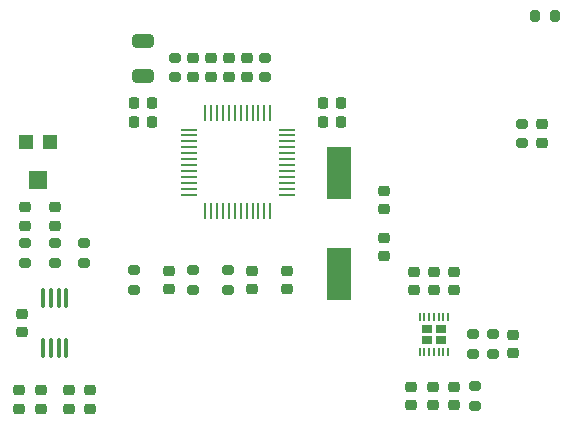
<source format=gtp>
%TF.GenerationSoftware,KiCad,Pcbnew,(6.0.1)*%
%TF.CreationDate,2023-06-09T19:02:11+03:00*%
%TF.ProjectId,Radioless Allstar Node,52616469-6f6c-4657-9373-20416c6c7374,rev?*%
%TF.SameCoordinates,PX5f5e100PY5f5e100*%
%TF.FileFunction,Paste,Top*%
%TF.FilePolarity,Positive*%
%FSLAX46Y46*%
G04 Gerber Fmt 4.6, Leading zero omitted, Abs format (unit mm)*
G04 Created by KiCad (PCBNEW (6.0.1)) date 2023-06-09 19:02:11*
%MOMM*%
%LPD*%
G01*
G04 APERTURE LIST*
G04 Aperture macros list*
%AMRoundRect*
0 Rectangle with rounded corners*
0 $1 Rounding radius*
0 $2 $3 $4 $5 $6 $7 $8 $9 X,Y pos of 4 corners*
0 Add a 4 corners polygon primitive as box body*
4,1,4,$2,$3,$4,$5,$6,$7,$8,$9,$2,$3,0*
0 Add four circle primitives for the rounded corners*
1,1,$1+$1,$2,$3*
1,1,$1+$1,$4,$5*
1,1,$1+$1,$6,$7*
1,1,$1+$1,$8,$9*
0 Add four rect primitives between the rounded corners*
20,1,$1+$1,$2,$3,$4,$5,0*
20,1,$1+$1,$4,$5,$6,$7,0*
20,1,$1+$1,$6,$7,$8,$9,0*
20,1,$1+$1,$8,$9,$2,$3,0*%
G04 Aperture macros list end*
%ADD10RoundRect,0.225000X0.250000X-0.225000X0.250000X0.225000X-0.250000X0.225000X-0.250000X-0.225000X0*%
%ADD11RoundRect,0.200000X0.275000X-0.200000X0.275000X0.200000X-0.275000X0.200000X-0.275000X-0.200000X0*%
%ADD12RoundRect,0.250000X0.650000X-0.325000X0.650000X0.325000X-0.650000X0.325000X-0.650000X-0.325000X0*%
%ADD13R,1.200000X1.200000*%
%ADD14R,1.600000X1.500000*%
%ADD15RoundRect,0.200000X-0.275000X0.200000X-0.275000X-0.200000X0.275000X-0.200000X0.275000X0.200000X0*%
%ADD16R,0.970000X0.700000*%
%ADD17R,0.250000X0.700000*%
%ADD18RoundRect,0.225000X-0.250000X0.225000X-0.250000X-0.225000X0.250000X-0.225000X0.250000X0.225000X0*%
%ADD19R,0.280000X1.470000*%
%ADD20R,1.470000X0.280000*%
%ADD21RoundRect,0.218750X0.256250X-0.218750X0.256250X0.218750X-0.256250X0.218750X-0.256250X-0.218750X0*%
%ADD22RoundRect,0.218750X-0.256250X0.218750X-0.256250X-0.218750X0.256250X-0.218750X0.256250X0.218750X0*%
%ADD23RoundRect,0.225000X0.225000X0.250000X-0.225000X0.250000X-0.225000X-0.250000X0.225000X-0.250000X0*%
%ADD24R,2.000000X4.500000*%
%ADD25RoundRect,0.200000X-0.200000X-0.275000X0.200000X-0.275000X0.200000X0.275000X-0.200000X0.275000X0*%
%ADD26RoundRect,0.225000X-0.225000X-0.250000X0.225000X-0.250000X0.225000X0.250000X-0.225000X0.250000X0*%
%ADD27RoundRect,0.100000X-0.100000X0.712500X-0.100000X-0.712500X0.100000X-0.712500X0.100000X0.712500X0*%
G04 APERTURE END LIST*
D10*
%TO.C,C7*%
X6000000Y8725000D03*
X6000000Y10275000D03*
%TD*%
D11*
%TO.C,R9*%
X19200000Y36775000D03*
X19200000Y38425000D03*
%TD*%
D12*
%TO.C,C22*%
X16500000Y36925000D03*
X16500000Y39875000D03*
%TD*%
D10*
%TO.C,C10*%
X42800000Y18725000D03*
X42800000Y20275000D03*
%TD*%
%TO.C,C14*%
X23800000Y36825000D03*
X23800000Y38375000D03*
%TD*%
D13*
%TO.C,RV1*%
X8600000Y31300000D03*
D14*
X7600000Y28050000D03*
D13*
X6600000Y31300000D03*
%TD*%
D15*
%TO.C,R7*%
X44400000Y15025000D03*
X44400000Y13375000D03*
%TD*%
D10*
%TO.C,C18*%
X18700000Y18825000D03*
X18700000Y20375000D03*
%TD*%
D16*
%TO.C,U2*%
X41687500Y15445000D03*
X41687500Y14550000D03*
X40512500Y14550000D03*
X40512500Y15445000D03*
D17*
X42300000Y16475000D03*
X41900000Y16475000D03*
X41500000Y16475000D03*
X41100000Y16475000D03*
X40700000Y16475000D03*
X40300000Y16475000D03*
X39900000Y16475000D03*
X39900000Y13525000D03*
X40300000Y13525000D03*
X40700000Y13525000D03*
X41100000Y13525000D03*
X41500000Y13525000D03*
X41900000Y13525000D03*
X42300000Y13525000D03*
%TD*%
D10*
%TO.C,C25*%
X36900000Y21625000D03*
X36900000Y23175000D03*
%TD*%
%TO.C,C1*%
X6200000Y15225000D03*
X6200000Y16775000D03*
%TD*%
%TO.C,C8*%
X41000000Y9025000D03*
X41000000Y10575000D03*
%TD*%
D15*
%TO.C,R14*%
X48600000Y32825000D03*
X48600000Y31175000D03*
%TD*%
D18*
%TO.C,C4*%
X9000000Y25775000D03*
X9000000Y24225000D03*
%TD*%
D11*
%TO.C,R11*%
X20700000Y18775000D03*
X20700000Y20425000D03*
%TD*%
D15*
%TO.C,R4*%
X11500000Y22725000D03*
X11500000Y21075000D03*
%TD*%
%TO.C,R2*%
X6500000Y22725000D03*
X6500000Y21075000D03*
%TD*%
D19*
%TO.C,U3*%
X21750000Y25430000D03*
X22250000Y25430000D03*
X22750000Y25430000D03*
X23250000Y25430000D03*
X23750000Y25430000D03*
X24250000Y25430000D03*
X24750000Y25430000D03*
X25250000Y25430000D03*
X25750000Y25430000D03*
X26250000Y25430000D03*
X26750000Y25430000D03*
X27250000Y25430000D03*
D20*
X28670000Y26850000D03*
X28670000Y27350000D03*
X28670000Y27850000D03*
X28670000Y28350000D03*
X28670000Y28850000D03*
X28670000Y29350000D03*
X28670000Y29850000D03*
X28670000Y30350000D03*
X28670000Y30850000D03*
X28670000Y31350000D03*
X28670000Y31850000D03*
X28670000Y32350000D03*
D19*
X27250000Y33770000D03*
X26750000Y33770000D03*
X26250000Y33770000D03*
X25750000Y33770000D03*
X25250000Y33770000D03*
X24750000Y33770000D03*
X24250000Y33770000D03*
X23750000Y33770000D03*
X23250000Y33770000D03*
X22750000Y33770000D03*
X22250000Y33770000D03*
X21750000Y33770000D03*
D20*
X20330000Y32350000D03*
X20330000Y31850000D03*
X20330000Y31350000D03*
X20330000Y30850000D03*
X20330000Y30350000D03*
X20330000Y29850000D03*
X20330000Y29350000D03*
X20330000Y28850000D03*
X20330000Y28350000D03*
X20330000Y27850000D03*
X20330000Y27350000D03*
X20330000Y26850000D03*
%TD*%
D10*
%TO.C,C6*%
X12000000Y8725000D03*
X12000000Y10275000D03*
%TD*%
D11*
%TO.C,R3*%
X46100000Y13375000D03*
X46100000Y15025000D03*
%TD*%
%TO.C,R6*%
X44600000Y8975000D03*
X44600000Y10625000D03*
%TD*%
D18*
%TO.C,C26*%
X36900000Y27175000D03*
X36900000Y25625000D03*
%TD*%
D10*
%TO.C,C15*%
X22200000Y36825000D03*
X22200000Y38375000D03*
%TD*%
D21*
%TO.C,FB3*%
X28700000Y18812500D03*
X28700000Y20387500D03*
%TD*%
D10*
%TO.C,C13*%
X25300000Y36825000D03*
X25300000Y38375000D03*
%TD*%
%TO.C,C16*%
X20700000Y36825000D03*
X20700000Y38375000D03*
%TD*%
%TO.C,C9*%
X42800000Y9025000D03*
X42800000Y10575000D03*
%TD*%
D22*
%TO.C,FB1*%
X7800000Y10287500D03*
X7800000Y8712500D03*
%TD*%
D10*
%TO.C,C11*%
X47800000Y13425000D03*
X47800000Y14975000D03*
%TD*%
D11*
%TO.C,R12*%
X23700000Y18775000D03*
X23700000Y20425000D03*
%TD*%
D23*
%TO.C,C17*%
X17275000Y34600000D03*
X15725000Y34600000D03*
%TD*%
D10*
%TO.C,C2*%
X41100000Y18725000D03*
X41100000Y20275000D03*
%TD*%
D22*
%TO.C,FB2*%
X10200000Y10287500D03*
X10200000Y8712500D03*
%TD*%
D18*
%TO.C,C5*%
X6500000Y25775000D03*
X6500000Y24225000D03*
%TD*%
D10*
%TO.C,C12*%
X39400000Y18725000D03*
X39400000Y20275000D03*
%TD*%
D24*
%TO.C,Y1*%
X33100000Y20150000D03*
X33100000Y28650000D03*
%TD*%
D25*
%TO.C,R13*%
X49675000Y42000000D03*
X51325000Y42000000D03*
%TD*%
D26*
%TO.C,C21*%
X31725000Y33000000D03*
X33275000Y33000000D03*
%TD*%
D10*
%TO.C,C19*%
X25700000Y18825000D03*
X25700000Y20375000D03*
%TD*%
D15*
%TO.C,R1*%
X9000000Y22725000D03*
X9000000Y21075000D03*
%TD*%
D23*
%TO.C,C23*%
X33275000Y34600000D03*
X31725000Y34600000D03*
%TD*%
D11*
%TO.C,R10*%
X15700000Y18775000D03*
X15700000Y20425000D03*
%TD*%
D23*
%TO.C,C20*%
X17275000Y33000000D03*
X15725000Y33000000D03*
%TD*%
D22*
%TO.C,D2*%
X50300000Y32787500D03*
X50300000Y31212500D03*
%TD*%
D11*
%TO.C,R8*%
X26800000Y36775000D03*
X26800000Y38425000D03*
%TD*%
D18*
%TO.C,C3*%
X39200000Y10575000D03*
X39200000Y9025000D03*
%TD*%
D27*
%TO.C,U1*%
X9975000Y18112500D03*
X9325000Y18112500D03*
X8675000Y18112500D03*
X8025000Y18112500D03*
X8025000Y13887500D03*
X8675000Y13887500D03*
X9325000Y13887500D03*
X9975000Y13887500D03*
%TD*%
M02*

</source>
